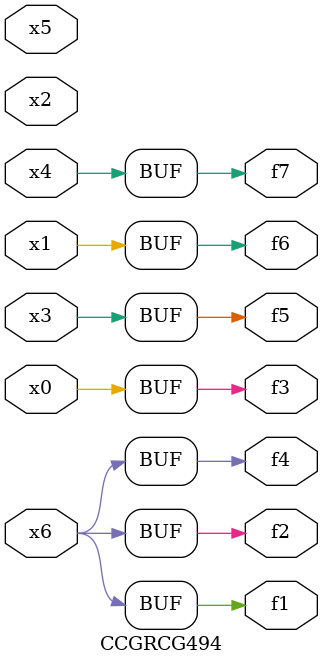
<source format=v>
module CCGRCG494(
	input x0, x1, x2, x3, x4, x5, x6,
	output f1, f2, f3, f4, f5, f6, f7
);
	assign f1 = x6;
	assign f2 = x6;
	assign f3 = x0;
	assign f4 = x6;
	assign f5 = x3;
	assign f6 = x1;
	assign f7 = x4;
endmodule

</source>
